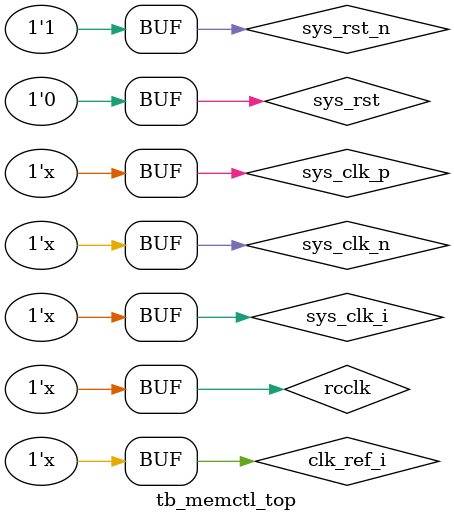
<source format=v>
`timescale 1ns / 1ps
`include "parameters.vh"

`timescale 1ps/100fs

module tb_memctl_top;

   //***************************************************************************
   // The following parameters refer to width of various ports
   //***************************************************************************
   parameter COL_WIDTH             = 10;
                                     // # of memory Column Address bits.
   parameter CS_WIDTH              = 1;
                                     // # of unique CS outputs to memory.
   parameter DM_WIDTH              = 8;
                                     // # of DM (data mask)
   parameter DQ_WIDTH              = 64;
                                     // # of DQ (data)
   parameter DQS_WIDTH             = 8;
   parameter DQS_CNT_WIDTH         = 3;
                                     // = ceil(log2(DQS_WIDTH))
   parameter DRAM_WIDTH            = 8;
                                     // # of DQ per DQS
   parameter ECC                   = "OFF";
   parameter RANKS                 = 1;
                                     // # of Ranks.
   parameter ODT_WIDTH             = 1;
                                     // # of ODT outputs to memory.
   parameter ROW_WIDTH             = 14;
                                     // # of memory Row Address bits.
   parameter ADDR_WIDTH            = 28;
                                     // # = RANK_WIDTH + BANK_WIDTH
                                     //     + ROW_WIDTH + COL_WIDTH;
                                     // Chip Select is always tied to low for
                                     // single rank devices
   //***************************************************************************
   // The following parameters are mode register settings
   //***************************************************************************
   parameter BURST_MODE            = "8";
                                     // DDR3 SDRAM:
                                     // Burst Length (Mode Register 0).
                                     // # = "8", "4", "OTF".
                                     // DDR2 SDRAM:
                                     // Burst Length (Mode Register).
                                     // # = "8", "4".
   parameter CA_MIRROR             = "OFF";
                                     // C/A mirror opt for DDR3 dual rank
   
   //***************************************************************************
   // The following parameters are multiplier and divisor factors for PLLE2.
   // Based on the selected design frequency these parameters vary.
   //***************************************************************************
   parameter CLKIN_PERIOD          = 5000;
                                     // Input Clock Period


   //***************************************************************************
   // Simulation parameters
   //***************************************************************************
   parameter SIM_BYPASS_INIT_CAL   = "FAST";
                                     // # = "SIM_INIT_CAL_FULL" -  Complete
                                     //              memory init &
                                     //              calibration sequence
                                     // # = "SKIP" - Not supported
                                     // # = "FAST" - Complete memory init & use
                                     //              abbreviated calib sequence

   //***************************************************************************
   // IODELAY and PHY related parameters
   //***************************************************************************
   parameter TCQ                   = 100;
   //***************************************************************************
   // IODELAY and PHY related parameters
   //***************************************************************************
   parameter RST_ACT_LOW           = 0;
                                     // =1 for active low reset,
                                     // =0 for active high.

   //***************************************************************************
   // Referece clock frequency parameters
   //***************************************************************************
   parameter REFCLK_FREQ           = 200.0;
                                     // IODELAYCTRL reference clock frequency
   //***************************************************************************
   // System clock frequency parameters
   //***************************************************************************
   parameter tCK                   = 2500;
                                     // memory tCK paramter.
                     // # = Clock Period in pS.
   parameter nCK_PER_CLK           = 4;
                                     // # of memory CKs per fabric CLK

   

   //***************************************************************************
   // Debug and Internal parameters
   //***************************************************************************
   parameter DEBUG_PORT            = "OFF";
                                     // # = "ON" Enable debug signals/controls.
                                     //   = "OFF" Disable debug signals/controls.
   //***************************************************************************
   // Debug and Internal parameters
   //***************************************************************************
   parameter DRAM_TYPE             = "DDR3";

    

  //**************************************************************************//
  // Local parameters Declarations
  //**************************************************************************//

  localparam real TPROP_DQS          = 0.00;
                                       // Delay for DQS signal during Write Operation
  localparam real TPROP_DQS_RD       = 0.00;
                       // Delay for DQS signal during Read Operation
  localparam real TPROP_PCB_CTRL     = 0.00;
                       // Delay for Address and Ctrl signals
  localparam real TPROP_PCB_DATA     = 0.00;
                       // Delay for data signal during Write operation
  localparam real TPROP_PCB_DATA_RD  = 0.00;
                       // Delay for data signal during Read operation

  localparam MEMORY_WIDTH            = 8;
  localparam NUM_COMP                = DQ_WIDTH/MEMORY_WIDTH;
  localparam ECC_TEST 		   	= "OFF" ;
  localparam ERR_INSERT = (ECC_TEST == "ON") ? "OFF" : ECC ;
  

  localparam real REFCLK_PERIOD = (1000000.0/(2*REFCLK_FREQ));
  localparam RESET_PERIOD = 200000; //in pSec  
  localparam real SYSCLK_PERIOD = tCK;
    
    

  //**************************************************************************//
  // Wire Declarations
  //**************************************************************************//
  reg                                sys_rst_n;
  wire                               sys_rst;


  reg                     sys_clk_i;
  wire                               sys_clk_p;
  wire                               sys_clk_n;
    

  reg clk_ref_i;

  
  wire                               ddr3_reset_n;
  wire [DQ_WIDTH-1:0]                ddr3_dq_fpga;
  wire [DQS_WIDTH-1:0]               ddr3_dqs_p_fpga;
  wire [DQS_WIDTH-1:0]               ddr3_dqs_n_fpga;
  wire [ROW_WIDTH-1:0]               ddr3_addr_fpga;
  wire [3-1:0]              ddr3_ba_fpga;
  wire                               ddr3_ras_n_fpga;
  wire                               ddr3_cas_n_fpga;
  wire                               ddr3_we_n_fpga;
  wire [1-1:0]               ddr3_cke_fpga;
  wire [1-1:0]                ddr3_ck_p_fpga;
  wire [1-1:0]                ddr3_ck_n_fpga;
    
  `ifndef BYPASS_INIT
  wire                               init_calib_complete;
  `else
  reg init_calib_complete;
  `endif
  wire                               tg_compare_error;
  wire [(CS_WIDTH*1)-1:0] ddr3_cs_n_fpga;
    
  wire [DM_WIDTH-1:0]                ddr3_dm_fpga;
    
  wire [ODT_WIDTH-1:0]               ddr3_odt_fpga;
    
  
  reg [(CS_WIDTH*1)-1:0] ddr3_cs_n_sdram_tmp;
    
  reg [DM_WIDTH-1:0]                 ddr3_dm_sdram_tmp;
    
  reg [ODT_WIDTH-1:0]                ddr3_odt_sdram_tmp;
    

  
  wire [DQ_WIDTH-1:0]                ddr3_dq_sdram;
  reg [ROW_WIDTH-1:0]                ddr3_addr_sdram [0:1];
  reg [3-1:0]               ddr3_ba_sdram [0:1];
  reg                                ddr3_ras_n_sdram;
  reg                                ddr3_cas_n_sdram;
  reg                                ddr3_we_n_sdram;
  wire [(CS_WIDTH*1)-1:0] ddr3_cs_n_sdram;
  wire [ODT_WIDTH-1:0]               ddr3_odt_sdram;
  reg [1-1:0]                ddr3_cke_sdram;
  wire [DM_WIDTH-1:0]                ddr3_dm_sdram;
  wire [DQS_WIDTH-1:0]               ddr3_dqs_p_sdram;
  wire [DQS_WIDTH-1:0]               ddr3_dqs_n_sdram;
  reg [1-1:0]                 ddr3_ck_p_sdram;
  reg [1-1:0]                 ddr3_ck_n_sdram;
  
    

//**************************************************************************//

  //**************************************************************************//
  // Reset Generation
  //**************************************************************************//
  initial begin
    sys_rst_n = 1'b0;
    #RESET_PERIOD
      sys_rst_n = 1'b1;
   end

   assign sys_rst = RST_ACT_LOW ? sys_rst_n : ~sys_rst_n;

  //**************************************************************************//
  // Clock Generation
  //**************************************************************************//

  initial
    sys_clk_i = 1'b0;
  always
    sys_clk_i = #(CLKIN_PERIOD/2.0) ~sys_clk_i;

  assign sys_clk_p = sys_clk_i;
  assign sys_clk_n = ~sys_clk_i;

  // simulate rocket clock
  reg rcclk = 1'b0;
  always 
    rcclk = #10000 ~rcclk;

  initial
    clk_ref_i = 1'b0;
  always
    clk_ref_i = #REFCLK_PERIOD ~clk_ref_i;




  always @( * ) begin
    ddr3_ck_p_sdram      <=  #(TPROP_PCB_CTRL) ddr3_ck_p_fpga;
    ddr3_ck_n_sdram      <=  #(TPROP_PCB_CTRL) ddr3_ck_n_fpga;
    ddr3_addr_sdram[0]   <=  #(TPROP_PCB_CTRL) ddr3_addr_fpga;
    ddr3_addr_sdram[1]   <=  #(TPROP_PCB_CTRL) (CA_MIRROR == "ON") ?
                                                 {ddr3_addr_fpga[ROW_WIDTH-1:9],
                                                  ddr3_addr_fpga[7], ddr3_addr_fpga[8],
                                                  ddr3_addr_fpga[5], ddr3_addr_fpga[6],
                                                  ddr3_addr_fpga[3], ddr3_addr_fpga[4],
                                                  ddr3_addr_fpga[2:0]} :
                                                 ddr3_addr_fpga;
    ddr3_ba_sdram[0]     <=  #(TPROP_PCB_CTRL) ddr3_ba_fpga;
    ddr3_ba_sdram[1]     <=  #(TPROP_PCB_CTRL) (CA_MIRROR == "ON") ?
                                                 {ddr3_ba_fpga[3-1:2],
                                                  ddr3_ba_fpga[0],
                                                  ddr3_ba_fpga[1]} :
                                                 ddr3_ba_fpga;
    ddr3_ras_n_sdram     <=  #(TPROP_PCB_CTRL) ddr3_ras_n_fpga;
    ddr3_cas_n_sdram     <=  #(TPROP_PCB_CTRL) ddr3_cas_n_fpga;
    ddr3_we_n_sdram      <=  #(TPROP_PCB_CTRL) ddr3_we_n_fpga;
    ddr3_cke_sdram       <=  #(TPROP_PCB_CTRL) ddr3_cke_fpga;
  end
    

  always @( * )
    ddr3_cs_n_sdram_tmp   <=  #(TPROP_PCB_CTRL) ddr3_cs_n_fpga;
  assign ddr3_cs_n_sdram =  ddr3_cs_n_sdram_tmp;
    

  always @( * )
    ddr3_dm_sdram_tmp <=  #(TPROP_PCB_DATA) ddr3_dm_fpga;//DM signal generation
  assign ddr3_dm_sdram = ddr3_dm_sdram_tmp;
    

  always @( * )
    ddr3_odt_sdram_tmp  <=  #(TPROP_PCB_CTRL) ddr3_odt_fpga;
  assign ddr3_odt_sdram =  ddr3_odt_sdram_tmp;
    

// Controlling the bi-directional BUS

  genvar dqwd;
  generate
    for (dqwd = 1;dqwd < DQ_WIDTH;dqwd = dqwd+1) begin : dq_delay
      WireDelay #
       (
        .Delay_g    (TPROP_PCB_DATA),
        .Delay_rd   (TPROP_PCB_DATA_RD),
        .ERR_INSERT ("OFF")
       )
      u_delay_dq
       (
        .A             (ddr3_dq_fpga[dqwd]),
        .B             (ddr3_dq_sdram[dqwd]),
        .reset         (sys_rst_n),
        .phy_init_done (init_calib_complete)
       );
    end
    // For ECC ON case error is inserted on LSB bit from DRAM to FPGA
          WireDelay #
       (
        .Delay_g    (TPROP_PCB_DATA),
        .Delay_rd   (TPROP_PCB_DATA_RD),
        .ERR_INSERT (ERR_INSERT)
       )
      u_delay_dq_0
       (
        .A             (ddr3_dq_fpga[0]),
        .B             (ddr3_dq_sdram[0]),
        .reset         (sys_rst_n),
        .phy_init_done (init_calib_complete)
       );
  endgenerate

  genvar dqswd;
  generate
    for (dqswd = 0;dqswd < DQS_WIDTH;dqswd = dqswd+1) begin : dqs_delay
      WireDelay #
       (
        .Delay_g    (TPROP_DQS),
        .Delay_rd   (TPROP_DQS_RD),
        .ERR_INSERT ("OFF")
       )
      u_delay_dqs_p
       (
        .A             (ddr3_dqs_p_fpga[dqswd]),
        .B             (ddr3_dqs_p_sdram[dqswd]),
        .reset         (sys_rst_n),
        .phy_init_done (init_calib_complete)
       );

      WireDelay #
       (
        .Delay_g    (TPROP_DQS),
        .Delay_rd   (TPROP_DQS_RD),
        .ERR_INSERT ("OFF")
       )
      u_delay_dqs_n
       (
        .A             (ddr3_dqs_n_fpga[dqswd]),
        .B             (ddr3_dqs_n_sdram[dqswd]),
        .reset         (sys_rst_n),
        .phy_init_done (init_calib_complete)
       );
    end
  endgenerate
  
  localparam BANK_WIDTH = 3;
  localparam nCS_PER_RANK = 1;
  localparam CWL = 5;
   
  wire ui_clk, ui_rst;
   
  // MC <-> PHY Interface
  wire [nCK_PER_CLK-1:0]            mc_ras_n; // DDR Row access strobe
  wire [nCK_PER_CLK-1:0]            mc_cas_n; // DDR Column access strobe
  wire [nCK_PER_CLK-1:0]            mc_we_n;  // DDR Write enable
  wire [nCK_PER_CLK*ROW_WIDTH-1:0]  mc_address; // row address for activates / column address for read&writes
  wire [nCK_PER_CLK*BANK_WIDTH-1:0] mc_bank; // bank address
  wire [CS_WIDTH*nCS_PER_RANK*nCK_PER_CLK-1:0] mc_cs_n; // chip select, probably used to deselect in NOP cycles
  wire                              mc_reset_n; // Have no idea, probably need to keep HIGH
  wire [1:0]                        mc_odt; // Need some logic to drive this
  wire [nCK_PER_CLK-1:0]            mc_cke; // This should be HIGH all the time
  wire [3:0]                        mc_aux_out0; 
  wire [3:0]                        mc_aux_out1;
  wire                              mc_cmd_wren;       // Enqueue new command
  wire                              mc_ctl_wren;       // Enqueue new control singal
  wire [2:0]                        mc_cmd;            // The command to enqueue
  wire [1:0]                        mc_cas_slot;       // Which CAS slot we issued this command from 0-2
  wire [5:0]                        mc_data_offset;    
  wire [5:0]                        mc_data_offset_1;
  wire [5:0]                        mc_data_offset_2;
  wire [1:0]                        mc_rank_cnt;
  // Write
  wire                              mc_wrdata_en;                // Asserted for DDR-WRITEs
  wire  [2*nCK_PER_CLK*DQ_WIDTH-1:0]      mc_wrdata;
  wire  [2*nCK_PER_CLK*(DQ_WIDTH/8)-1:0]  mc_wrdata_mask; // Should be 0xff if we don't want to mask out bits
  wire                              idle;
  wire                              phy_mc_ctl_full;     // CTL interface is full
  wire                              phy_mc_cmd_full;     // CMD interface is full
  wire                              phy_mc_data_full;    // ?????????
  wire [6*RANKS-1:0]                calib_rd_data_offset_0;
  wire [6*RANKS-1:0]                calib_rd_data_offset_1;
  wire [6*RANKS-1:0]                calib_rd_data_offset_2;
  wire                              phy_rddata_valid;    // Next cycle will have a valid read
  wire [2*nCK_PER_CLK*DQ_WIDTH-1:0] phy_rd_data;           
   
  memctl_mig #
  (
    .SIMULATION("TRUE"), 
    .SIM_BYPASS_INIT_CAL(SIM_BYPASS_INIT_CAL)
  ) 
  phy
  (
    .ddr3_dq              (ddr3_dq_fpga),
    .ddr3_dqs_n           (ddr3_dqs_n_fpga),
    .ddr3_dqs_p           (ddr3_dqs_p_fpga),
    
    .ddr3_addr            (ddr3_addr_fpga),
    .ddr3_ba              (ddr3_ba_fpga),
    .ddr3_ras_n           (ddr3_ras_n_fpga),
    .ddr3_cas_n           (ddr3_cas_n_fpga),
    .ddr3_we_n            (ddr3_we_n_fpga),
    .ddr3_reset_n         (ddr3_reset_n),
    .ddr3_ck_p            (ddr3_ck_p_fpga),
    .ddr3_ck_n            (ddr3_ck_n_fpga),
    .ddr3_cke             (ddr3_cke_fpga),
    .ddr3_cs_n            (ddr3_cs_n_fpga),
    
    .ddr3_dm              (ddr3_dm_fpga),
    
    .ddr3_odt             (ddr3_odt_fpga),
    
    
    .mc_ras_n(mc_ras_n),
    .mc_cas_n(mc_cas_n),
    .mc_we_n(mc_we_n),
    .mc_address(mc_address),
    .mc_bank(mc_bank),
    .mc_cs_n(mc_cs_n),
    .mc_reset_n(mc_reset_n),
    .mc_odt(mc_odt),
    .mc_cke(mc_cke),
    
    .mc_aux_out0(mc_aux_out0),
    .mc_aux_out1(mc_aux_out1),
    .mc_cmd_wren(mc_cmd_wren),
    .mc_ctl_wren(mc_ctl_wren),
    .mc_cmd(mc_cmd),
    .mc_cas_slot(mc_cas_slot),
    .mc_data_offset(mc_data_offset),
    .mc_data_offset_1(mc_data_offset_1),
    .mc_data_offset_2(mc_data_offset_2),
    .mc_rank_cnt(mc_rank_cnt),
    
    .mc_wrdata_en(mc_wrdata_en),
    .mc_wrdata(mc_wrdata),
    .mc_wrdata_mask(mc_wrdata_mask),
    .idle(idle),
    .phy_mc_ctl_full(phy_mc_ctl_full),
    .phy_mc_cmd_full(phy_mc_cmd_full),
    .phy_mc_data_full(phy_mc_data_full),
    .calib_rd_data_offset_0(calib_rd_data_offset_0),
    .calib_rd_data_offset_1(calib_rd_data_offset_1),
    .calib_rd_data_offset_2(calib_rd_data_offset_2),
    .phy_rddata_valid(phy_rddata_valid),
    .phy_rd_data(phy_rd_data),
    
    
    .sys_clk_p(sys_clk_p),
    .sys_clk_n(sys_clk_n),
    
    .ui_clk(ui_clk),
    .ui_clk_sync_rst(ui_rst),
    
    `ifndef BYPASS_INIT
    .init_calib_complete(init_calib_complete),
    `else
    .init_calib_complete(),
    `endif
    .sys_rst(sys_rst)
  );
  
  `ifdef BYPASS_INIT
  initial begin
    init_calib_complete = 1'b0;
    # 1000000;
    init_calib_complete = 1'b1;
  end
  `endif

  wire                     MC_S_AXI_ACLK;
  wire                     MC_S_AXI_ARESETN;
  wire [5:0]               MC_S_AXI_AWID;
  wire [31:0]              MC_S_AXI_AWADDR;
  wire [7:0]               MC_S_AXI_AWLEN;
  wire [2:0]               MC_S_AXI_AWSIZE;
  wire [1:0]               MC_S_AXI_AWBURST;
  wire                     MC_S_AXI_AWLOCK;
  wire [3:0]               MC_S_AXI_AWCACHE;
  wire [2:0]               MC_S_AXI_AWPROT;
  wire [3:0]               MC_S_AXI_AWQOS;
  wire                     MC_S_AXI_AWVALID;
  wire                     MC_S_AXI_AWREADY;
  wire [63:0]              MC_S_AXI_WDATA;
  wire [7:0]               MC_S_AXI_WSTRB;
  wire                     MC_S_AXI_WLAST;
  wire                     MC_S_AXI_WVALID;
  wire                     MC_S_AXI_WREADY;
  wire [5:0]               MC_S_AXI_BID;
  wire [1:0]               MC_S_AXI_BRESP;
  wire                     MC_S_AXI_BVALID;
  wire                     MC_S_AXI_BREADY;
  wire [5:0]               MC_S_AXI_ARID; 
  wire [31:0]              MC_S_AXI_ARADDR; 
  wire [7:0]               MC_S_AXI_ARLEN; 
  wire [2:0]               MC_S_AXI_ARSIZE; 
  wire [1:0]               MC_S_AXI_ARBURST;
  wire                     MC_S_AXI_ARLOCK; 
  wire [3:0]               MC_S_AXI_ARCACHE;
  wire [2:0]               MC_S_AXI_ARPROT; 
  wire [3:0]               MC_S_AXI_ARQOS; 
  wire                     MC_S_AXI_ARVALID;
  wire                     MC_S_AXI_ARREADY;
  wire [5:0]               MC_S_AXI_RID; 
  wire [63:0]              MC_S_AXI_RDATA; 
  wire [1:0]               MC_S_AXI_RRESP; 
  wire                     MC_S_AXI_RLAST; 
  wire                     MC_S_AXI_RVALID; 
  wire                     MC_S_AXI_RREADY;
  
  wire                     imo_req_valid;
  wire                     imo_req_ack;
  wire  [127:0]            imo_req_inst;
  wire  [511:0]            imo_resp_data;
  wire                     imo_resp_valid;
  
  wire atg_irq, atg_err;
  
  axi_td_new atd
  (
    .clk(ui_clk),
    .start(init_calib_complete),
    .m_axi_awid(MC_S_AXI_AWID),
    .m_axi_awaddr(MC_S_AXI_AWADDR),
    .m_axi_awlen(MC_S_AXI_AWLEN),
    .m_axi_awsize(MC_S_AXI_AWSIZE),
    .m_axi_awburst(MC_S_AXI_AWBURST),
    .m_axi_awlock(MC_S_AXI_AWLOCK),
    .m_axi_awcache(MC_S_AXI_AWCACHE),
    .m_axi_awprot(MC_S_AXI_AWPROT),
    .m_axi_awqos(MC_S_AXI_AWQOS),
    .m_axi_awvalid(MC_S_AXI_AWVALID),
    .m_axi_awready(MC_S_AXI_AWREADY),
    .m_axi_wdata(MC_S_AXI_WDATA),
    .m_axi_wstrb(MC_S_AXI_WSTRB),
    .m_axi_wlast(MC_S_AXI_WLAST),
    .m_axi_wvalid(MC_S_AXI_WVALID),
    .m_axi_wready(MC_S_AXI_WREADY),
    .m_axi_bid(MC_S_AXI_BID),
    .m_axi_bresp(MC_S_AXI_BRESP),
    .m_axi_bvalid(MC_S_AXI_BVALID),
    .m_axi_bready(MC_S_AXI_BREADY),
    .m_axi_arid(MC_S_AXI_ARID), 
    .m_axi_araddr(MC_S_AXI_ARADDR), 
    .m_axi_arlen(MC_S_AXI_ARLEN), 
    .m_axi_arsize(MC_S_AXI_ARSIZE), 
    .m_axi_arburst(MC_S_AXI_ARBURST),
    .m_axi_arlock(MC_S_AXI_ARLOCK), 
    .m_axi_arcache(MC_S_AXI_ARCACHE),
    .m_axi_arprot(MC_S_AXI_ARPROT), 
    .m_axi_arqos(MC_S_AXI_ARQOS), 
    .m_axi_arvalid(MC_S_AXI_ARVALID),
    .m_axi_arready(MC_S_AXI_ARREADY),
    .m_axi_rid(MC_S_AXI_RID), 
    .m_axi_rdata(MC_S_AXI_RDATA), 
    .m_axi_rresp(MC_S_AXI_RRESP), 
    .m_axi_rlast(MC_S_AXI_RLAST), 
    .m_axi_rvalid(MC_S_AXI_RVALID), 
    .m_axi_rready(MC_S_AXI_RREADY)
  );
  
  //*********************************//
  // Brand new memory controller
  //*********************************//
  controller_top mem_ctl_top
  (
    .clk(ui_clk),
    .rst(ui_rst),
    .init_calib_complete(init_calib_complete),
    
    .S_AXI_ACLK(MC_S_AXI_ACLK),
    .S_AXI_ARESETN(MC_S_AXI_ARESETN),
    .S_AXI_AWID(MC_S_AXI_AWID),
    .S_AXI_AWADDR(MC_S_AXI_AWADDR),
    .S_AXI_AWLEN(MC_S_AXI_AWLEN),
    .S_AXI_AWSIZE(MC_S_AXI_AWSIZE),
    .S_AXI_AWBURST(MC_S_AXI_AWBURST),
    .S_AXI_AWLOCK(MC_S_AXI_AWLOCK),
    .S_AXI_AWCACHE(MC_S_AXI_AWCACHE),
    .S_AXI_AWPROT(MC_S_AXI_AWPROT),
    .S_AXI_AWQOS(MC_S_AXI_AWQOS),
    .S_AXI_AWVALID(MC_S_AXI_AWVALID),
    .S_AXI_AWREADY(MC_S_AXI_AWREADY),
    .S_AXI_WDATA(MC_S_AXI_WDATA),
    .S_AXI_WSTRB(MC_S_AXI_WSTRB),
    .S_AXI_WLAST(MC_S_AXI_WLAST),
    .S_AXI_WVALID(MC_S_AXI_WVALID),
    .S_AXI_WREADY(MC_S_AXI_WREADY),
    .S_AXI_BID(MC_S_AXI_BID),
    .S_AXI_BRESP(MC_S_AXI_BRESP),
    .S_AXI_BVALID(MC_S_AXI_BVALID),
    .S_AXI_BREADY(MC_S_AXI_BREADY),
    .S_AXI_ARID(MC_S_AXI_ARID), 
    .S_AXI_ARADDR(MC_S_AXI_ARADDR), 
    .S_AXI_ARLEN(MC_S_AXI_ARLEN), 
    .S_AXI_ARSIZE(MC_S_AXI_ARSIZE), 
    .S_AXI_ARBURST(MC_S_AXI_ARBURST),
    .S_AXI_ARLOCK(MC_S_AXI_ARLOCK), 
    .S_AXI_ARCACHE(MC_S_AXI_ARCACHE),
    .S_AXI_ARPROT(MC_S_AXI_ARPROT), 
    .S_AXI_ARQOS(MC_S_AXI_ARQOS), 
    .S_AXI_ARVALID(MC_S_AXI_ARVALID),
    .S_AXI_ARREADY(MC_S_AXI_ARREADY),
    .S_AXI_RID(MC_S_AXI_RID), 
    .S_AXI_RDATA(MC_S_AXI_RDATA), 
    .S_AXI_RRESP(MC_S_AXI_RRESP), 
    .S_AXI_RLAST(MC_S_AXI_RLAST), 
    .S_AXI_RVALID(MC_S_AXI_RVALID), 
    .S_AXI_RREADY(MC_S_AXI_RREADY),
  
    .imo_req_valid(imo_req_valid),
    .imo_req_ack(imo_req_ack),
    .imo_req_inst(imo_req_inst),
        
    .imo_resp_data(imo_resp_data),
    .imo_resp_valid(imo_resp_valid),
  
    .mc_ras_n(mc_ras_n),
    .mc_cas_n(mc_cas_n),
    .mc_we_n(mc_we_n),
    .mc_address(mc_address),
    .mc_bank(mc_bank),
    .mc_cs_n(mc_cs_n),
    .mc_reset_n(mc_reset_n),
    .mc_odt(mc_odt),
    .mc_cke(mc_cke),
    
    .mc_aux_out0(mc_aux_out0),
    .mc_aux_out1(mc_aux_out1),
    .mc_cmd_wren(mc_cmd_wren),
    .mc_ctl_wren(mc_ctl_wren),
    .mc_cmd(mc_cmd),
    .mc_cas_slot(mc_cas_slot),
    .mc_data_offset(mc_data_offset),
    .mc_data_offset_1(mc_data_offset_1),
    .mc_data_offset_2(mc_data_offset_2),
    .mc_rank_cnt(mc_rank_cnt),
    
    .mc_wrdata_en(mc_wrdata_en),
    .mc_wrdata(mc_wrdata),
    .mc_wrdata_mask(mc_wrdata_mask),
    .idle(idle),
    .phy_mc_ctl_full(phy_mc_ctl_full),
    .phy_mc_cmd_full(phy_mc_cmd_full),
    .phy_mc_data_full(phy_mc_data_full),
    .calib_rd_data_offset_0(calib_rd_data_offset_0),
    .calib_rd_data_offset_1(calib_rd_data_offset_1),
    .calib_rd_data_offset_2(calib_rd_data_offset_2),
    .phy_rddata_valid(phy_rddata_valid),
    .phy_rd_data(phy_rd_data)
  );
  //**************************************************************************//
  // Memory Models instantiations
  //**************************************************************************//

  tb_copy_manager copy_manager
  (
    .clk(ui_clk),
    .rst(ui_rst),
    .init_calib_complete(init_calib_complete),
    
    .imo_req_valid(imo_req_valid),
    .imo_req_ack(imo_req_ack),
    .imo_req_inst(imo_req_inst),
        
    .imo_resp_data(imo_resp_data),
    .imo_resp_valid(imo_resp_valid)
  );

  genvar r,i;
  generate
    for (r = 0; r < CS_WIDTH; r = r + 1) begin: mem_rnk
      for (i = 0; i < NUM_COMP; i = i + 1) begin: gen_mem
        ddr3_model u_comp_ddr3
          (
           .rst_n   (ddr3_reset_n),
           .ck      (ddr3_ck_p_sdram[(i*MEMORY_WIDTH)/72]),
           .ck_n    (ddr3_ck_n_sdram[(i*MEMORY_WIDTH)/72]),
           .cke     (ddr3_cke_sdram[((i*MEMORY_WIDTH)/72)+(1*r)]),
           .cs_n    (ddr3_cs_n_sdram[((i*MEMORY_WIDTH)/72)+(1*r)]),
           .ras_n   (ddr3_ras_n_sdram),
           .cas_n   (ddr3_cas_n_sdram),
           .we_n    (ddr3_we_n_sdram),
           .dm_tdqs (ddr3_dm_sdram[i]),
           .ba      (ddr3_ba_sdram[r]),
           .addr    (ddr3_addr_sdram[r]),
           .dq      (ddr3_dq_sdram[MEMORY_WIDTH*(i+1)-1:MEMORY_WIDTH*(i)]),
           .dqs     (ddr3_dqs_p_sdram[i]),
           .dqs_n   (ddr3_dqs_n_sdram[i]),
           .tdqs_n  (),
           .odt     (ddr3_odt_sdram[((i*MEMORY_WIDTH)/72)+(1*r)])
           );
      end
    end
  endgenerate
       
endmodule

</source>
